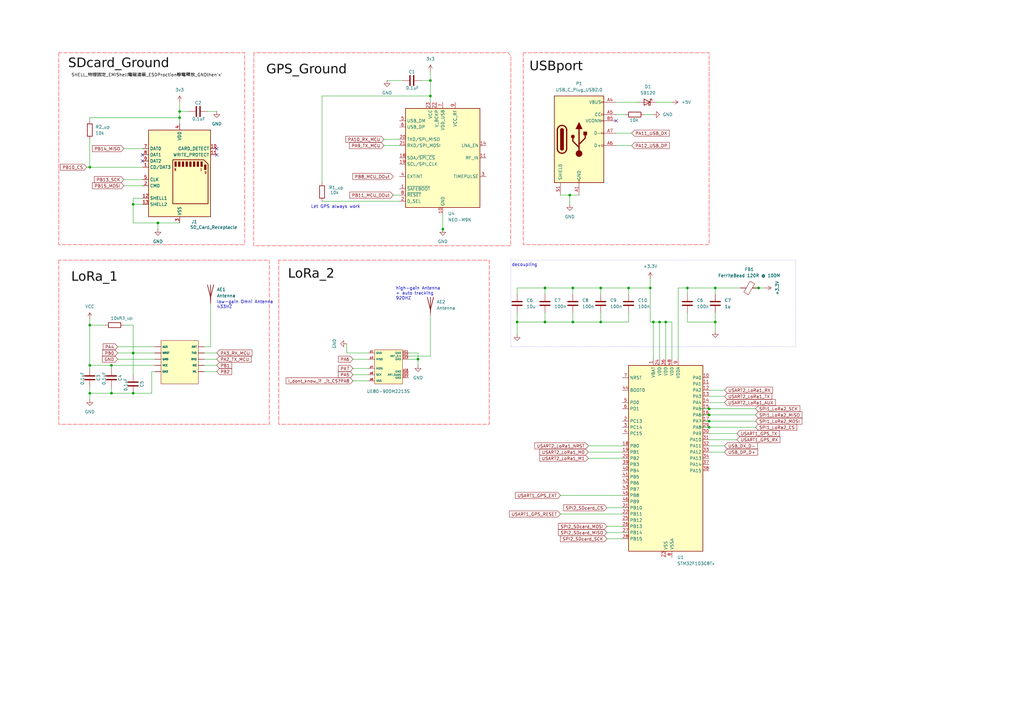
<source format=kicad_sch>
(kicad_sch (version 20250114) (generator "eeschema") (generator_version "9.0")
  (paper "A3")
  (lib_symbols
    (symbol "Connector:SD_Card_Receptacle"
      (property "Reference" "J" (at -11.938 19.304 0))
      (property "Value" "SD_Card_Receptacle" (at 10.922 -19.558 0))
      (symbol "SD_Card_Receptacle_0_1"
        (rectangle (start -2.032 2.794) (end -1.27 4.826) (fill (type outline)))
        (rectangle (start -0.508 2.794) (end 0.254 4.826) (fill (type outline)))
        (rectangle (start 1.016 2.794) (end 1.778 4.826) (fill (type outline)))
        (rectangle (start 2.54 2.794) (end 3.302 4.826) (fill (type outline)))
        (rectangle (start 4.064 2.794) (end 4.826 4.826) (fill (type outline)))
        (rectangle (start 5.588 2.794) (end 6.35 4.826) (fill (type outline)))
        (rectangle (start 7.112 2.794) (end 7.874 4.826) (fill (type outline)))
        (rectangle (start 8.636 2.794) (end 9.398 4.826) (fill (type outline)))
        (rectangle (start 10.16 1.524) (end 10.922 3.556) (fill (type outline)))
      )
      (symbol "SD_Card_Receptacle_1_1"
        (rectangle (start -12.7 17.78) (end 12.7 -17.78) (stroke (width 0.254)) (fill (type background)))
        (polyline (pts (xy 9.906 5.588) (xy -2.794 5.588) (xy -2.794 -12.446) (xy 11.684 -12.446) (xy 11.684 3.81) (xy 9.906 5.588)) (stroke (width 0.3)))
        (text "8" (at -1.778 1.524 0) (effects (font (size 0.9 0.9))))
        (text "1" (at 8.89 1.524 0) (effects (font (size 0.9 0.9))))
        (text "9" (at 10.668 0.254 0) (effects (font (size 0.9 0.9))))
        (pin bidirectional line (at -15.24 10.16 0) (length 2.54) (name "DAT0") (number "7"))
        (pin bidirectional line (at -15.24 7.62 0) (length 2.54) (name "DAT1") (number "8"))
        (pin bidirectional line (at -15.24 5.08 0) (length 2.54) (name "DAT2") (number "9"))
        (pin bidirectional line (at -15.24 2.54 0) (length 2.54) (name "CD/DAT3") (number "1"))
        (pin input line (at -15.24 -2.54 0) (length 2.54) (name "CLK") (number "5"))
        (pin bidirectional line (at -15.24 -5.08 0) (length 2.54) (name "CMD") (number "2"))
        (pin passive line (at -15.24 -10.16 0) (length 2.54) (name "SHELL1") (number "12"))
        (pin passive line (at -15.24 -12.7 0) (length 2.54) (name "SHELL2") (number "13"))
        (pin power_in line (at 0 20.32 270) (length 2.54) (name "VDD") (number "4"))
        (pin power_in line (at 0 -20.32 90) (length 2.54) (name "VSS") (number "3"))
        (pin passive line (at 0 -20.32 90) (length 2.54) (hide yes) (name "VSS") (number "6"))
        (pin output line (at 15.24 10.16 180) (length 2.54) (name "CARD_DETECT") (number "10"))
        (pin output line (at 15.24 7.62 180) (length 2.54) (name "WRITE_PROTECT") (number "11"))
      )
    )
    (symbol "Connector:USB_C_Plug_USB2.0" (pin_names (offset 1.016))
      (property "Reference" "P" (at -10.16 19.05 0))
      (property "Value" "USB_C_Plug_USB2.0" (at 12.7 19.05 0))
      (symbol "USB_C_Plug_USB2.0_0_0"
        (rectangle (start -0.254 -17.78) (end 0.254 -16.764))
        (rectangle (start 10.16 15.494) (end 9.144 14.986))
        (rectangle (start 10.16 10.414) (end 9.144 9.906))
        (rectangle (start 10.16 7.874) (end 9.144 7.366))
        (rectangle (start 10.16 2.794) (end 9.144 2.286))
        (rectangle (start 10.16 -2.286) (end 9.144 -2.794))
      )
      (symbol "USB_C_Plug_USB2.0_0_1"
        (rectangle (start -10.16 17.78) (end 10.16 -17.78) (stroke (width 0.254)) (fill (type background)))
        (polyline (pts (xy -8.89 -3.81) (xy -8.89 3.81)) (stroke (width 0.508)))
        (rectangle (start -7.62 -3.81) (end -6.35 3.81) (stroke (width 0.254)) (fill (type outline)))
        (arc (start -7.62 3.81) (mid -6.985 4.4423) (end -6.35 3.81) (stroke (width 0.254)))
        (arc (start -7.62 3.81) (mid -6.985 4.4423) (end -6.35 3.81) (stroke (width 0.254)) (fill (type outline)))
        (arc (start -8.89 3.81) (mid -6.985 5.7067) (end -5.08 3.81) (stroke (width 0.508)))
        (arc (start -5.08 -3.81) (mid -6.985 -5.7067) (end -8.89 -3.81) (stroke (width 0.508)))
        (arc (start -6.35 -3.81) (mid -6.985 -4.4423) (end -7.62 -3.81) (stroke (width 0.254)))
        (arc (start -6.35 -3.81) (mid -6.985 -4.4423) (end -7.62 -3.81) (stroke (width 0.254)) (fill (type outline)))
        (polyline (pts (xy -5.08 3.81) (xy -5.08 -3.81)) (stroke (width 0.508)))
        (circle (center -2.54 1.143) (radius 0.635) (stroke (width 0.254)) (fill (type outline)))
        (polyline (pts (xy -1.27 4.318) (xy 0 6.858) (xy 1.27 4.318) (xy -1.27 4.318)) (stroke (width 0.254)) (fill (type outline)))
        (polyline (pts (xy 0 -2.032) (xy 2.54 0.508) (xy 2.54 1.778)) (stroke (width 0.508)))
        (polyline (pts (xy 0 -3.302) (xy -2.54 -0.762) (xy -2.54 0.508)) (stroke (width 0.508)))
        (polyline (pts (xy 0 -5.842) (xy 0 4.318)) (stroke (width 0.508)))
        (circle (center 0 -5.842) (radius 1.27) (fill (type outline)))
        (rectangle (start 1.905 1.778) (end 3.175 3.048) (stroke (width 0.254)) (fill (type outline)))
      )
      (symbol "USB_C_Plug_USB2.0_1_1"
        (pin passive line (at -7.62 -22.86 90) (length 5.08) (name "SHIELD") (number "S1"))
        (pin passive line (at 0 -22.86 90) (length 5.08) (name "GND") (number "A1"))
        (pin passive line (at 0 -22.86 90) (length 5.08) (hide yes) (name "GND") (number "A12"))
        (pin passive line (at 0 -22.86 90) (length 5.08) (hide yes) (name "GND") (number "B1"))
        (pin passive line (at 0 -22.86 90) (length 5.08) (hide yes) (name "GND") (number "B12"))
        (pin passive line (at 15.24 15.24 180) (length 5.08) (name "VBUS") (number "A4"))
        (pin passive line (at 15.24 15.24 180) (length 5.08) (hide yes) (name "VBUS") (number "A9"))
        (pin passive line (at 15.24 15.24 180) (length 5.08) (hide yes) (name "VBUS") (number "B4"))
        (pin passive line (at 15.24 15.24 180) (length 5.08) (hide yes) (name "VBUS") (number "B9"))
        (pin bidirectional line (at 15.24 10.16 180) (length 5.08) (name "CC") (number "A5"))
        (pin bidirectional line (at 15.24 7.62 180) (length 5.08) (name "VCONN") (number "B5"))
        (pin bidirectional line (at 15.24 2.54 180) (length 5.08) (name "D-") (number "A7"))
        (pin bidirectional line (at 15.24 -2.54 180) (length 5.08) (name "D+") (number "A6"))
      )
    )
    (symbol "Device:Antenna" (pin_numbers (hide yes)) (pin_names (offset 1.016) (hide yes))
      (property "Reference" "AE" (at -1.905 1.905 0))
      (property "Value" "Antenna" (at -1.905 0 0))
      (symbol "Antenna_0_1"
        (polyline (pts (xy 0 2.54) (xy 0 -3.81)) (stroke (width 0.254)))
        (polyline (pts (xy 1.27 2.54) (xy 0 -2.54) (xy -1.27 2.54)) (stroke (width 0.254)))
      )
      (symbol "Antenna_1_1"
        (pin input line (at 0 -5.08 90) (length 2.54) (name "A") (number "1"))
      )
    )
    (symbol "Device:C" (pin_numbers (hide yes)) (pin_names (offset 0.254))
      (property "Reference" "C" (at 0.635 2.54 0))
      (property "Value" "C" (at 0.635 -2.54 0))
      (symbol "C_0_1"
        (polyline (pts (xy -2.032 0.762) (xy 2.032 0.762)) (stroke (width 0.508)))
        (polyline (pts (xy -2.032 -0.762) (xy 2.032 -0.762)) (stroke (width 0.508)))
      )
      (symbol "C_1_1"
        (pin passive line (at 0 3.81 270) (length 2.794) (name "~") (number "1"))
        (pin passive line (at 0 -3.81 90) (length 2.794) (name "~") (number "2"))
      )
    )
    (symbol "Device:FerriteBead" (pin_numbers (hide yes)) (pin_names (offset 0))
      (property "Reference" "FB" (at -3.81 0.635 90))
      (property "Value" "FerriteBead" (at 3.81 0 90))
      (symbol "FerriteBead_0_1"
        (polyline (pts (xy -2.7686 0.4064) (xy -1.7018 2.2606) (xy 2.7686 -0.3048) (xy 1.6764 -2.159) (xy -2.7686 0.4064)))
        (polyline (pts (xy 0 1.27) (xy 0 1.2954)))
        (polyline (pts (xy 0 -1.27) (xy 0 -1.2192)))
      )
      (symbol "FerriteBead_1_1"
        (pin passive line (at 0 3.81 270) (length 2.54) (name "~") (number "1"))
        (pin passive line (at 0 -3.81 90) (length 2.54) (name "~") (number "2"))
      )
    )
    (symbol "Device:R" (pin_numbers (hide yes)) (pin_names (offset 0))
      (property "Reference" "R" (at 2.032 0 90))
      (property "Value" "R" (at 0 0 90))
      (symbol "R_0_1"
        (rectangle (start -1.016 -2.54) (end 1.016 2.54) (stroke (width 0.254)))
      )
      (symbol "R_1_1"
        (pin passive line (at 0 3.81 270) (length 1.27) (name "~") (number "1"))
        (pin passive line (at 0 -3.81 90) (length 1.27) (name "~") (number "2"))
      )
    )
    (symbol "Diode:SB120" (pin_numbers (hide yes)) (pin_names (offset 1.016) (hide yes))
      (property "Reference" "D" (at 0 2.54 0))
      (property "Value" "SB120" (at 0 -2.54 0))
      (symbol "SB120_0_1"
        (polyline (pts (xy -1.905 0.635) (xy -1.905 1.27) (xy -1.27 1.27) (xy -1.27 -1.27) (xy -0.635 -1.27) (xy -0.635 -0.635)) (stroke (width 0.254)))
        (polyline (pts (xy 1.27 1.27) (xy 1.27 -1.27) (xy -1.27 0) (xy 1.27 1.27)) (stroke (width 0.254)))
        (polyline (pts (xy 1.27 0) (xy -1.27 0)))
      )
      (symbol "SB120_1_1"
        (pin passive line (at -3.81 0 0) (length 2.54) (name "K") (number "1"))
        (pin passive line (at 3.81 0 180) (length 2.54) (name "A") (number "2"))
      )
    )
    (symbol "E22-400T30S_new:E22-400T30S"
      (symbol "E22-400T30S_0_1"
        (rectangle (start 35.56 19.05) (end 35.56 19.05))
      )
      (symbol "E22-400T30S_1_1"
        (rectangle (start 11.43 -2.54) (end 26.67 -20.32) (fill (type color) (color 255 255 194 1)))
        (pin input line (at 8.89 -5.08 0) (length 2.54) (name "AUX") (number ""))
        (pin input line (at 8.89 -7.62 0) (length 2.54) (name "NRST") (number ""))
        (pin input line (at 8.89 -10.16 0) (length 2.54) (name "GMD") (number ""))
        (pin input line (at 8.89 -12.7 0) (length 2.54) (name "VCC") (number ""))
        (pin input line (at 8.89 -15.24 0) (length 2.54) (name "GND") (number ""))
        (pin input line (at 29.21 -5.08 180) (length 2.54) (name "ANT") (number ""))
        (pin input line (at 29.21 -7.62 180) (length 2.54) (name "TXD") (number ""))
        (pin input line (at 29.21 -10.16 180) (length 2.54) (name "RXD") (number ""))
        (pin input line (at 29.21 -12.7 180) (length 2.54) (name "MO") (number ""))
        (pin input line (at 29.21 -15.24 180) (length 2.54) (name "M1") (number ""))
      )
    )
    (symbol "MCU_ST_STM32F1:STM32F103C8Tx"
      (property "Reference" "U" (at -15.24 39.37 0))
      (property "Value" "STM32F103C8Tx" (at 7.62 39.37 0))
      (symbol "STM32F103C8Tx_0_1"
        (rectangle (start -15.24 -38.1) (end 15.24 38.1) (stroke (width 0.254)) (fill (type background)))
      )
      (symbol "STM32F103C8Tx_1_1"
        (pin input line (at -17.78 33.02 0) (length 2.54) (name "NRST") (number "7"))
        (pin input line (at -17.78 27.94 0) (length 2.54) (name "BOOT0") (number "44"))
        (pin bidirectional line (at -17.78 22.86 0) (length 2.54) (name "PD0") (number "5"))
        (pin bidirectional line (at -17.78 20.32 0) (length 2.54) (name "PD1") (number "6"))
        (pin bidirectional line (at -17.78 15.24 0) (length 2.54) (name "PC13") (number "2"))
        (pin bidirectional line (at -17.78 12.7 0) (length 2.54) (name "PC14") (number "3"))
        (pin bidirectional line (at -17.78 10.16 0) (length 2.54) (name "PC15") (number "4"))
        (pin bidirectional line (at -17.78 5.08 0) (length 2.54) (name "PB0") (number "18"))
        (pin bidirectional line (at -17.78 2.54 0) (length 2.54) (name "PB1") (number "19"))
        (pin bidirectional line (at -17.78 0 0) (length 2.54) (name "PB2") (number "20"))
        (pin bidirectional line (at -17.78 -2.54 0) (length 2.54) (name "PB3") (number "39"))
        (pin bidirectional line (at -17.78 -5.08 0) (length 2.54) (name "PB4") (number "40"))
        (pin bidirectional line (at -17.78 -7.62 0) (length 2.54) (name "PB5") (number "41"))
        (pin bidirectional line (at -17.78 -10.16 0) (length 2.54) (name "PB6") (number "42"))
        (pin bidirectional line (at -17.78 -12.7 0) (length 2.54) (name "PB7") (number "43"))
        (pin bidirectional line (at -17.78 -15.24 0) (length 2.54) (name "PB8") (number "45"))
        (pin bidirectional line (at -17.78 -17.78 0) (length 2.54) (name "PB9") (number "46"))
        (pin bidirectional line (at -17.78 -20.32 0) (length 2.54) (name "PB10") (number "21"))
        (pin bidirectional line (at -17.78 -22.86 0) (length 2.54) (name "PB11") (number "22"))
        (pin bidirectional line (at -17.78 -25.4 0) (length 2.54) (name "PB12") (number "25"))
        (pin bidirectional line (at -17.78 -27.94 0) (length 2.54) (name "PB13") (number "26"))
        (pin bidirectional line (at -17.78 -30.48 0) (length 2.54) (name "PB14") (number "27"))
        (pin bidirectional line (at -17.78 -33.02 0) (length 2.54) (name "PB15") (number "28"))
        (pin power_in line (at -5.08 40.64 270) (length 2.54) (name "VBAT") (number "1"))
        (pin power_in line (at -2.54 40.64 270) (length 2.54) (name "VDD") (number "24"))
        (pin power_in line (at 0 40.64 270) (length 2.54) (name "VDD") (number "36"))
        (pin power_in line (at 0 -40.64 90) (length 2.54) (name "VSS") (number "23"))
        (pin passive line (at 0 -40.64 90) (length 2.54) (hide yes) (name "VSS") (number "35"))
        (pin passive line (at 0 -40.64 90) (length 2.54) (hide yes) (name "VSS") (number "47"))
        (pin power_in line (at 2.54 40.64 270) (length 2.54) (name "VDD") (number "48"))
        (pin power_in line (at 2.54 -40.64 90) (length 2.54) (name "VSSA") (number "8"))
        (pin power_in line (at 5.08 40.64 270) (length 2.54) (name "VDDA") (number "9"))
        (pin bidirectional line (at 17.78 33.02 180) (length 2.54) (name "PA0") (number "10"))
        (pin bidirectional line (at 17.78 30.48 180) (length 2.54) (name "PA1") (number "11"))
        (pin bidirectional line (at 17.78 27.94 180) (length 2.54) (name "PA2") (number "12"))
        (pin bidirectional line (at 17.78 25.4 180) (length 2.54) (name "PA3") (number "13"))
        (pin bidirectional line (at 17.78 22.86 180) (length 2.54) (name "PA4") (number "14"))
        (pin bidirectional line (at 17.78 20.32 180) (length 2.54) (name "PA5") (number "15"))
        (pin bidirectional line (at 17.78 17.78 180) (length 2.54) (name "PA6") (number "16"))
        (pin bidirectional line (at 17.78 15.24 180) (length 2.54) (name "PA7") (number "17"))
        (pin bidirectional line (at 17.78 12.7 180) (length 2.54) (name "PA8") (number "29"))
        (pin bidirectional line (at 17.78 10.16 180) (length 2.54) (name "PA9") (number "30"))
        (pin bidirectional line (at 17.78 7.62 180) (length 2.54) (name "PA10") (number "31"))
        (pin bidirectional line (at 17.78 5.08 180) (length 2.54) (name "PA11") (number "32"))
        (pin bidirectional line (at 17.78 2.54 180) (length 2.54) (name "PA12") (number "33"))
        (pin bidirectional line (at 17.78 0 180) (length 2.54) (name "PA13") (number "34"))
        (pin bidirectional line (at 17.78 -2.54 180) (length 2.54) (name "PA14") (number "37"))
        (pin bidirectional line (at 17.78 -5.08 180) (length 2.54) (name "PA15") (number "38"))
      )
    )
    (symbol "RF_GPS:NEO-M9N"
      (property "Reference" "U" (at -13.97 21.59 0))
      (property "Value" "NEO-M9N" (at 11.43 21.59 0))
      (symbol "NEO-M9N_0_1"
        (rectangle (start -15.24 20.32) (end 15.24 -20.32) (stroke (width 0.254)) (fill (type background)))
      )
      (symbol "NEO-M9N_1_1"
        (pin bidirectional line (at -17.78 15.24 0) (length 2.54) (name "USB_DM") (number "5"))
        (pin bidirectional line (at -17.78 12.7 0) (length 2.54) (name "USB_DP") (number "6"))
        (pin output line (at -17.78 7.62 0) (length 2.54) (name "TXD/SPI_MISO") (number "20"))
        (pin input line (at -17.78 5.08 0) (length 2.54) (name "RXD/SPI_MOSI") (number "21"))
        (pin bidirectional line (at -17.78 0 0) (length 2.54) (name "SDA/~{SPI_CS}") (number "18"))
        (pin input line (at -17.78 -2.54 0) (length 2.54) (name "SCL/SPI_CLK") (number "19"))
        (pin input line (at -17.78 -7.62 0) (length 2.54) (name "EXTINT") (number "4"))
        (pin input line (at -17.78 -12.7 0) (length 2.54) (name "~{SAFEBOOT}") (number "1"))
        (pin input line (at -17.78 -15.24 0) (length 2.54) (name "~{RESET}") (number "8"))
        (pin input line (at -17.78 -17.78 0) (length 2.54) (name "D_SEL") (number "2"))
        (pin power_in line (at -5.08 22.86 270) (length 2.54) (name "VCC") (number "23"))
        (pin power_in line (at -2.54 22.86 270) (length 2.54) (name "V_BCKP") (number "22"))
        (pin power_in line (at 0 22.86 270) (length 2.54) (name "VDD_USB") (number "7"))
        (pin power_in line (at 0 -22.86 90) (length 2.54) (name "GND") (number "10"))
        (pin passive line (at 0 -22.86 90) (length 2.54) (hide yes) (name "GND") (number "12"))
        (pin passive line (at 0 -22.86 90) (length 2.54) (hide yes) (name "GND") (number "13"))
        (pin passive line (at 0 -22.86 90) (length 2.54) (hide yes) (name "GND") (number "24"))
        (pin power_out line (at 5.08 22.86 270) (length 2.54) (name "VCC_RF") (number "9"))
        (pin no_connect line (at 15.24 -10.16 180) (length 2.54) (hide yes) (name "RESERVED") (number "15"))
        (pin no_connect line (at 15.24 -12.7 180) (length 2.54) (hide yes) (name "RESERVED") (number "16"))
        (pin no_connect line (at 15.24 -15.24 180) (length 2.54) (hide yes) (name "RESERVED") (number "17"))
        (pin output line (at 17.78 5.08 180) (length 2.54) (name "LNA_EN") (number "14"))
        (pin input line (at 17.78 0 180) (length 2.54) (name "RF_IN") (number "11"))
        (pin output line (at 17.78 -7.62 180) (length 2.54) (name "TIMEPULSE") (number "3"))
      )
    )
    (symbol "_1_1"
      (property "Reference" "U" (at 0 0 0))
      (symbol "_1_1_1_1"
        (rectangle (start -3.81 -1.27) (end 7.62 -15.24) (fill (type color) (color 255 255 194 1)))
        (pin input line (at -6.35 -2.54 0) (length 2.54) (name "GND") (number "p1"))
        (pin input line (at -6.35 -5.08 0) (length 2.54) (name "MISO") (number "p3"))
        (pin input line (at -6.35 -8.89 0) (length 2.54) (name "MOSI") (number "p4"))
        (pin input line (at -6.35 -11.43 0) (length 2.54) (name "SCK") (number "p6"))
        (pin input line (at -6.35 -13.97 0) (length 2.54) (name "NSS") (number "p6"))
        (pin input line (at 10.16 -2.54 180) (length 2.54) (name "GND") (number "p11"))
        (pin input line (at 10.16 -3.81 180) (length 2.54) (name "ANT_2.4") (number "p12"))
        (pin input line (at 10.16 -5.08 180) (length 2.54) (name "GND") (number "p13"))
        (pin input line (at 10.16 -10.16 180) (length 2.54) (name "GND") (number "p16"))
        (pin input line (at 10.16 -11.43 180) (length 2.54) (name "ANT_SubG") (number "p15"))
        (pin input line (at 10.16 -12.7 180) (length 2.54) (name "GND") (number "p14"))
      )
    )
    (symbol "power:+3.3V" (power) (pin_numbers (hide yes)) (pin_names (offset 0) (hide yes))
      (property "Value" "+3.3V" (at 0 3.556 0))
      (symbol "+3.3V_0_1"
        (polyline (pts (xy -0.762 1.27) (xy 0 2.54)))
        (polyline (pts (xy 0 2.54) (xy 0.762 1.27)))
        (polyline (pts (xy 0 0) (xy 0 2.54)))
      )
      (symbol "+3.3V_1_1"
        (pin power_in line (at 0 0 90) (length 0) (name "~") (number "1"))
      )
    )
    (symbol "power:+3.3VA" (power) (pin_numbers (hide yes)) (pin_names (offset 0) (hide yes))
      (property "Value" "+3.3VA" (at 0 3.556 0))
      (symbol "+3.3VA_0_1"
        (polyline (pts (xy -0.762 1.27) (xy 0 2.54)))
        (polyline (pts (xy 0 2.54) (xy 0.762 1.27)))
        (polyline (pts (xy 0 0) (xy 0 2.54)))
      )
      (symbol "+3.3VA_1_1"
        (pin power_in line (at 0 0 90) (length 0) (name "~") (number "1"))
      )
    )
    (symbol "power:+5V" (power) (pin_numbers (hide yes)) (pin_names (offset 0) (hide yes))
      (property "Value" "+5V" (at 0 3.556 0))
      (symbol "+5V_0_1"
        (polyline (pts (xy -0.762 1.27) (xy 0 2.54)))
        (polyline (pts (xy 0 2.54) (xy 0.762 1.27)))
        (polyline (pts (xy 0 0) (xy 0 2.54)))
      )
      (symbol "+5V_1_1"
        (pin power_in line (at 0 0 90) (length 0) (name "~") (number "1"))
      )
    )
    (symbol "power:GND" (power) (pin_numbers (hide yes)) (pin_names (offset 0) (hide yes))
      (property "Value" "GND" (at 0 -3.81 0))
      (symbol "GND_0_1"
        (polyline (pts (xy 0 0) (xy 0 -1.27) (xy 1.27 -1.27) (xy 0 -2.54) (xy -1.27 -1.27) (xy 0 -1.27)))
      )
      (symbol "GND_1_1"
        (pin power_in line (at 0 0 270) (length 0) (name "~") (number "1"))
      )
    )
    (symbol "power:VCC" (power) (pin_numbers (hide yes)) (pin_names (offset 0) (hide yes))
      (property "Value" "VCC" (at 0 3.556 0))
      (symbol "VCC_0_1"
        (polyline (pts (xy -0.762 1.27) (xy 0 2.54)))
        (polyline (pts (xy 0 2.54) (xy 0.762 1.27)))
        (polyline (pts (xy 0 0) (xy 0 2.54)))
      )
      (symbol "VCC_1_1"
        (pin power_in line (at 0 0 90) (length 0) (name "~") (number "1"))
      )
    )
  )
  (rectangle (start 209.55 106.68) (end 326.39 142.24) (stroke (width 0) (type dot)))
  (text "low-gain Omni Antenna\n433HZ\n" (at 88.9 124.968 0) (effects (font (size 1.27 1.27)) (justify left)))
  (text "decoupling" (at 215.138 108.712 0) (effects (font (size 1.27 1.27))))
  (text "Let GPS always work" (at 127.508 84.836 0) (effects (font (size 1.27 1.27)) (justify left)))
  (text "high-gain Antenna\n+ auto tracking\n920HZ\n" (at 162.306 120.396 0) (effects (font (size 1.27 1.27)) (justify left)))
  (junction (at 54.61 83.82))
  (junction (at 176.53 39.37))
  (junction (at 223.52 132.08))
  (junction (at 176.53 33.02))
  (junction (at 233.68 80.01))
  (junction (at 281.94 118.11))
  (junction (at 36.83 68.58))
  (junction (at 73.66 48.26))
  (junction (at 293.37 132.08))
  (junction (at 45.72 161.29))
  (junction (at 290.83 167.64))
  (junction (at 171.45 147.32))
  (junction (at 212.09 132.08))
  (junction (at 293.37 118.11))
  (junction (at 246.38 132.08))
  (junction (at 267.97 132.08))
  (junction (at 73.66 45.72))
  (junction (at 246.38 118.11))
  (junction (at 45.72 149.86))
  (junction (at 266.7 118.11))
  (junction (at 234.95 118.11))
  (junction (at 54.61 161.29))
  (junction (at 273.05 132.08))
  (junction (at 270.51 132.08))
  (junction (at 36.83 133.35))
  (junction (at 234.95 132.08))
  (junction (at 181.61 93.98))
  (junction (at 223.52 118.11))
  (junction (at 54.61 144.78))
  (junction (at 290.83 170.18))
  (junction (at 290.83 175.26))
  (junction (at 257.81 118.11))
  (junction (at 36.83 149.86))
  (junction (at 36.83 161.29))
  (junction (at 290.83 172.72))
  (junction (at 311.15 118.11))
  (junction (at 64.77 91.44))
  (no_connect (at 88.9 63.5))
  (no_connect (at 88.9 60.96))
  (no_connect (at 58.42 66.04))
  (no_connect (at 58.42 63.5))
  (no_connect (at 252.73 49.53))
  (wire (pts (xy 171.45 147.32) (xy 171.45 149.86)))
  (wire (pts (xy 45.72 161.29) (xy 54.61 161.29)))
  (wire (pts (xy 144.78 147.32) (xy 151.13 147.32)))
  (wire (pts (xy 290.83 185.42) (xy 297.18 185.42)))
  (wire (pts (xy 172.72 33.02) (xy 176.53 33.02)))
  (wire (pts (xy 241.3 185.42) (xy 255.27 185.42)))
  (wire (pts (xy 151.13 144.78) (xy 142.24 144.78)))
  (wire (pts (xy 223.52 118.11) (xy 223.52 120.65)))
  (wire (pts (xy 266.7 132.08) (xy 267.97 132.08)))
  (wire (pts (xy 50.8 76.2) (xy 58.42 76.2)))
  (wire (pts (xy 144.78 151.13) (xy 151.13 151.13)))
  (wire (pts (xy 246.38 118.11) (xy 246.38 120.65)))
  (wire (pts (xy 266.7 118.11) (xy 266.7 132.08)))
  (wire (pts (xy 287.02 175.26) (xy 290.83 175.26)))
  (wire (pts (xy 290.83 182.88) (xy 297.18 182.88)))
  (wire (pts (xy 252.73 59.69) (xy 259.08 59.69)))
  (wire (pts (xy 73.66 45.72) (xy 73.66 48.26)))
  (wire (pts (xy 234.95 118.11) (xy 223.52 118.11)))
  (wire (pts (xy 266.7 114.3) (xy 266.7 118.11)))
  (wire (pts (xy 287.02 170.18) (xy 290.83 170.18)))
  (wire (pts (xy 293.37 128.27) (xy 293.37 132.08)))
  (wire (pts (xy 176.53 29.21) (xy 176.53 33.02)))
  (wire (pts (xy 181.61 93.98) (xy 181.61 87.63)))
  (wire (pts (xy 246.38 128.27) (xy 246.38 132.08)))
  (wire (pts (xy 257.81 118.11) (xy 246.38 118.11)))
  (wire (pts (xy 73.66 45.72) (xy 77.47 45.72)))
  (wire (pts (xy 281.94 132.08) (xy 293.37 132.08)))
  (wire (pts (xy 167.64 147.32) (xy 171.45 147.32)))
  (wire (pts (xy 252.73 54.61) (xy 259.08 54.61)))
  (wire (pts (xy 73.66 48.26) (xy 73.66 50.8)))
  (wire (pts (xy 54.61 161.29) (xy 62.23 161.29)))
  (wire (pts (xy 176.53 129.54) (xy 176.53 146.05)))
  (wire (pts (xy 273.05 132.08) (xy 273.05 147.32)))
  (wire (pts (xy 132.08 82.55) (xy 163.83 82.55)))
  (wire (pts (xy 293.37 118.11) (xy 303.53 118.11)))
  (wire (pts (xy 167.64 146.05) (xy 176.53 146.05)))
  (wire (pts (xy 290.83 170.18) (xy 309.88 170.18)))
  (wire (pts (xy 264.16 46.99) (xy 267.97 46.99)))
  (wire (pts (xy 233.68 80.01) (xy 237.49 80.01)))
  (wire (pts (xy 290.83 167.64) (xy 309.88 167.64)))
  (wire (pts (xy 36.83 158.75) (xy 36.83 161.29)))
  (wire (pts (xy 36.83 68.58) (xy 58.42 68.58)))
  (wire (pts (xy 36.83 130.81) (xy 36.83 133.35)))
  (wire (pts (xy 290.83 177.8) (xy 302.26 177.8)))
  (wire (pts (xy 290.83 160.02) (xy 297.18 160.02)))
  (wire (pts (xy 73.66 91.44) (xy 64.77 91.44)))
  (wire (pts (xy 132.08 39.37) (xy 176.53 39.37)))
  (wire (pts (xy 86.36 142.24) (xy 83.82 142.24)))
  (wire (pts (xy 281.94 118.11) (xy 281.94 120.65)))
  (wire (pts (xy 241.3 182.88) (xy 255.27 182.88)))
  (wire (pts (xy 252.73 46.99) (xy 256.54 46.99)))
  (wire (pts (xy 287.02 167.64) (xy 290.83 167.64)))
  (wire (pts (xy 36.83 161.29) (xy 45.72 161.29)))
  (wire (pts (xy 48.26 147.32) (xy 63.5 147.32)))
  (wire (pts (xy 132.08 74.93) (xy 132.08 39.37)))
  (wire (pts (xy 290.83 175.26) (xy 309.88 175.26)))
  (wire (pts (xy 144.78 153.67) (xy 151.13 153.67)))
  (wire (pts (xy 270.51 132.08) (xy 273.05 132.08)))
  (wire (pts (xy 293.37 118.11) (xy 293.37 120.65)))
  (wire (pts (xy 290.83 162.56) (xy 297.18 162.56)))
  (wire (pts (xy 50.8 73.66) (xy 58.42 73.66)))
  (wire (pts (xy 257.81 118.11) (xy 257.81 120.65)))
  (wire (pts (xy 248.92 218.44) (xy 255.27 218.44)))
  (wire (pts (xy 267.97 132.08) (xy 270.51 132.08)))
  (wire (pts (xy 86.36 142.24) (xy 86.36 124.46)))
  (wire (pts (xy 257.81 132.08) (xy 246.38 132.08)))
  (wire (pts (xy 223.52 118.11) (xy 212.09 118.11)))
  (wire (pts (xy 48.26 142.24) (xy 63.5 142.24)))
  (wire (pts (xy 278.13 118.11) (xy 281.94 118.11)))
  (wire (pts (xy 45.72 149.86) (xy 45.72 151.13)))
  (wire (pts (xy 142.24 144.78) (xy 142.24 140.97)))
  (wire (pts (xy 290.83 165.1) (xy 297.18 165.1)))
  (wire (pts (xy 229.87 203.2) (xy 255.27 203.2)))
  (wire (pts (xy 54.61 144.78) (xy 54.61 153.67)))
  (wire (pts (xy 234.95 132.08) (xy 223.52 132.08)))
  (wire (pts (xy 171.45 144.78) (xy 171.45 147.32)))
  (wire (pts (xy 36.83 48.26) (xy 36.83 49.53)))
  (wire (pts (xy 36.83 149.86) (xy 45.72 149.86)))
  (wire (pts (xy 54.61 144.78) (xy 63.5 144.78)))
  (wire (pts (xy 257.81 128.27) (xy 257.81 132.08)))
  (wire (pts (xy 246.38 132.08) (xy 234.95 132.08)))
  (wire (pts (xy 181.61 95.25) (xy 181.61 93.98)))
  (wire (pts (xy 176.53 33.02) (xy 176.53 39.37)))
  (wire (pts (xy 85.09 45.72) (xy 88.9 45.72)))
  (wire (pts (xy 273.05 132.08) (xy 275.59 132.08)))
  (wire (pts (xy 54.61 91.44) (xy 64.77 91.44)))
  (wire (pts (xy 290.83 172.72) (xy 309.88 172.72)))
  (wire (pts (xy 252.73 41.91) (xy 261.62 41.91)))
  (wire (pts (xy 223.52 132.08) (xy 212.09 132.08)))
  (wire (pts (xy 54.61 81.28) (xy 54.61 83.82)))
  (wire (pts (xy 144.78 156.21) (xy 151.13 156.21)))
  (wire (pts (xy 45.72 149.86) (xy 63.5 149.86)))
  (wire (pts (xy 54.61 133.35) (xy 54.61 144.78)))
  (wire (pts (xy 278.13 118.11) (xy 278.13 147.32)))
  (wire (pts (xy 287.02 172.72) (xy 290.83 172.72)))
  (wire (pts (xy 248.92 215.9) (xy 255.27 215.9)))
  (wire (pts (xy 63.5 152.4) (xy 62.23 152.4)))
  (wire (pts (xy 58.42 81.28) (xy 54.61 81.28)))
  (wire (pts (xy 281.94 118.11) (xy 293.37 118.11)))
  (wire (pts (xy 234.95 118.11) (xy 234.95 120.65)))
  (wire (pts (xy 36.83 133.35) (xy 36.83 149.86)))
  (wire (pts (xy 270.51 132.08) (xy 270.51 147.32)))
  (wire (pts (xy 229.87 210.82) (xy 255.27 210.82)))
  (wire (pts (xy 36.83 149.86) (xy 36.83 151.13)))
  (wire (pts (xy 73.66 41.91) (xy 73.66 45.72)))
  (wire (pts (xy 290.83 180.34) (xy 302.26 180.34)))
  (wire (pts (xy 48.26 144.78) (xy 54.61 144.78)))
  (wire (pts (xy 234.95 128.27) (xy 234.95 132.08)))
  (wire (pts (xy 35.56 68.58) (xy 36.83 68.58)))
  (wire (pts (xy 83.82 144.78) (xy 88.9 144.78)))
  (wire (pts (xy 176.53 39.37) (xy 176.53 41.91)))
  (wire (pts (xy 281.94 128.27) (xy 281.94 132.08)))
  (wire (pts (xy 267.97 132.08) (xy 267.97 147.32)))
  (wire (pts (xy 223.52 128.27) (xy 223.52 132.08)))
  (wire (pts (xy 229.87 80.01) (xy 233.68 80.01)))
  (wire (pts (xy 83.82 149.86) (xy 88.9 149.86)))
  (wire (pts (xy 50.8 133.35) (xy 54.61 133.35)))
  (wire (pts (xy 233.68 80.01) (xy 233.68 83.82)))
  (wire (pts (xy 158.75 33.02) (xy 165.1 33.02)))
  (wire (pts (xy 212.09 132.08) (xy 212.09 137.16)))
  (wire (pts (xy 266.7 118.11) (xy 257.81 118.11)))
  (wire (pts (xy 62.23 152.4) (xy 62.23 161.29)))
  (wire (pts (xy 248.92 208.28) (xy 255.27 208.28)))
  (wire (pts (xy 275.59 132.08) (xy 275.59 147.32)))
  (wire (pts (xy 36.83 133.35) (xy 43.18 133.35)))
  (wire (pts (xy 45.72 158.75) (xy 45.72 161.29)))
  (wire (pts (xy 308.61 118.11) (xy 311.15 118.11)))
  (wire (pts (xy 83.82 147.32) (xy 88.9 147.32)))
  (wire (pts (xy 167.64 144.78) (xy 171.45 144.78)))
  (wire (pts (xy 54.61 83.82) (xy 58.42 83.82)))
  (wire (pts (xy 50.8 60.96) (xy 58.42 60.96)))
  (wire (pts (xy 248.92 220.98) (xy 255.27 220.98)))
  (wire (pts (xy 64.77 91.44) (xy 64.77 93.98)))
  (wire (pts (xy 73.66 48.26) (xy 36.83 48.26)))
  (wire (pts (xy 157.48 57.15) (xy 163.83 57.15)))
  (wire (pts (xy 269.24 41.91) (xy 275.59 41.91)))
  (wire (pts (xy 212.09 118.11) (xy 212.09 120.65)))
  (wire (pts (xy 36.83 161.29) (xy 36.83 163.83)))
  (wire (pts (xy 293.37 132.08) (xy 293.37 135.89)))
  (wire (pts (xy 311.15 118.11) (xy 313.69 118.11)))
  (wire (pts (xy 36.83 57.15) (xy 36.83 68.58)))
  (wire (pts (xy 241.3 187.96) (xy 255.27 187.96)))
  (wire (pts (xy 54.61 83.82) (xy 54.61 91.44)))
  (wire (pts (xy 246.38 118.11) (xy 234.95 118.11)))
  (wire (pts (xy 161.29 80.01) (xy 163.83 80.01)))
  (wire (pts (xy 212.09 128.27) (xy 212.09 132.08)))
  (wire (pts (xy 83.82 152.4) (xy 88.9 152.4)))
  (wire (pts (xy 157.48 59.69) (xy 163.83 59.69)))
  (label "SHELL_物理固定_EMIShell電磁遮蔽_ESDProction靜電釋放_GNDthen'x'" (at 29.21 31.75 0))
  (label "LoRa_2" (at 118.11 115.57 0) (effects (font (size 3.81 3.81))))
  (label "LoRa_1" (at 29.21 116.84 0) (effects (font (size 3.81 3.81))))
  (label "USBport" (at 217.17 30.48 0) (effects (font (size 3.81 3.81))))
  (label "GPS_Ground" (at 109.22 31.75 0) (effects (font (size 3.81 3.81))))
  (label "SDcard_Ground" (at 27.94 29.21 0) (effects (font (size 3.81 3.81))))
  (global_label "SPI2_SDcard_SCK" (shape input) (at 248.92 220.98 180) (property "Intersheetrefs" "${INTERSHEET_REFS}" (effects (hide yes))))
  (global_label "SPI1_LoRa2_CS" (shape input) (at 309.88 175.26 0) (property "Intersheetrefs" "${INTERSHEET_REFS}" (effects (hide yes))))
  (global_label "USB_DP_D+" (shape input) (at 297.18 185.42 0) (property "Intersheetrefs" "${INTERSHEET_REFS}" (effects (hide yes))))
  (global_label "SPI1_LoRa2_SCK" (shape input) (at 309.88 167.64 0) (property "Intersheetrefs" "${INTERSHEET_REFS}" (effects (hide yes))))
  (global_label "USART1_GPS_EXT" (shape input) (at 229.87 203.2 180) (property "Intersheetrefs" "${INTERSHEET_REFS}" (effects (hide yes))))
  (global_label "USART1_GPS_RESET" (shape input) (at 229.87 210.82 180) (property "Intersheetrefs" "${INTERSHEET_REFS}" (effects (hide yes))))
  (global_label "SPI2_SDcard_MOSI" (shape input) (at 248.92 215.9 180) (property "Intersheetrefs" "${INTERSHEET_REFS}" (effects (hide yes))))
  (global_label "USART1_GPS_TX" (shape input) (at 302.26 177.8 0) (property "Intersheetrefs" "${INTERSHEET_REFS}" (effects (hide yes))))
  (global_label "PA12_USB_DP" (shape input) (at 259.08 59.69 0) (property "Intersheetrefs" "${INTERSHEET_REFS}" (effects (hide yes))))
  (global_label "PB14_MISO" (shape input) (at 50.8 60.96 180) (property "Intersheetrefs" "${INTERSHEET_REFS}" (effects (hide yes))))
  (global_label "SPI2_SDcard_MISO" (shape input) (at 248.92 218.44 180) (property "Intersheetrefs" "${INTERSHEET_REFS}" (effects (hide yes))))
  (global_label "PB11_MCU_DOut" (shape input) (at 161.29 80.01 180) (property "Intersheetrefs" "${INTERSHEET_REFS}" (effects (hide yes))))
  (global_label "SPI1_LoRa2_MISO" (shape input) (at 309.88 170.18 0) (property "Intersheetrefs" "${INTERSHEET_REFS}" (effects (hide yes))))
  (global_label "PA6" (shape input) (at 144.78 147.32 180) (property "Intersheetrefs" "${INTERSHEET_REFS}" (effects (hide yes))))
  (global_label "PB1" (shape input) (at 88.9 149.86 0) (property "Intersheetrefs" "${INTERSHEET_REFS}" (effects (hide yes))))
  (global_label "USART2_LoRa1_TX" (shape input) (at 297.18 162.56 0) (property "Intersheetrefs" "${INTERSHEET_REFS}" (effects (hide yes))))
  (global_label "USB_DX_D-" (shape input) (at 297.18 182.88 0) (property "Intersheetrefs" "${INTERSHEET_REFS}" (effects (hide yes))))
  (global_label "USART2_LoRa1_RX" (shape input) (at 297.18 160.02 0) (property "Intersheetrefs" "${INTERSHEET_REFS}" (effects (hide yes))))
  (global_label "SPI2_SDcard_CS" (shape input) (at 248.92 208.28 180) (property "Intersheetrefs" "${INTERSHEET_REFS}" (effects (hide yes))))
  (global_label "USART2_LoRa1_AUX" (shape input) (at 297.18 165.1 0) (property "Intersheetrefs" "${INTERSHEET_REFS}" (effects (hide yes))))
  (global_label "USART2_LoRa1_M0" (shape input) (at 241.3 185.42 180) (property "Intersheetrefs" "${INTERSHEET_REFS}" (effects (hide yes))))
  (global_label "PA10_RX_MCU" (shape input) (at 157.48 57.15 180) (property "Intersheetrefs" "${INTERSHEET_REFS}" (effects (hide yes))))
  (global_label "PB8_MCU_DOut" (shape input) (at 161.29 72.39 180) (property "Intersheetrefs" "${INTERSHEET_REFS}" (effects (hide yes))))
  (global_label "PA5" (shape input) (at 144.78 153.67 180) (property "Intersheetrefs" "${INTERSHEET_REFS}" (effects (hide yes))))
  (global_label "GND" (shape input) (at 48.26 147.32 180) (property "Intersheetrefs" "${INTERSHEET_REFS}" (effects (hide yes))))
  (global_label "PA2_TX_MCU" (shape input) (at 88.9 147.32 0) (property "Intersheetrefs" "${INTERSHEET_REFS}" (effects (hide yes))))
  (global_label "SPI1_LoRa2_MOSI" (shape input) (at 309.88 172.72 0) (property "Intersheetrefs" "${INTERSHEET_REFS}" (effects (hide yes))))
  (global_label "I_dont_know_if _it_CS?PA8" (shape input) (at 144.78 156.21 180) (property "Intersheetrefs" "${INTERSHEET_REFS}" (effects (hide yes))))
  (global_label "PA11_USB_DX" (shape input) (at 259.08 54.61 0) (property "Intersheetrefs" "${INTERSHEET_REFS}" (effects (hide yes))))
  (global_label "USART2_LoRa1_M1" (shape input) (at 241.3 187.96 180) (property "Intersheetrefs" "${INTERSHEET_REFS}" (effects (hide yes))))
  (global_label "PB13_SCK" (shape input) (at 50.8 73.66 180) (property "Intersheetrefs" "${INTERSHEET_REFS}" (effects (hide yes))))
  (global_label "USART2_LoRa1_NRST" (shape input) (at 241.3 182.88 180) (property "Intersheetrefs" "${INTERSHEET_REFS}" (effects (hide yes))))
  (global_label "PB0" (shape input) (at 48.26 144.78 180) (property "Intersheetrefs" "${INTERSHEET_REFS}" (effects (hide yes))))
  (global_label "PB15_MOSI" (shape input) (at 50.8 76.2 180) (property "Intersheetrefs" "${INTERSHEET_REFS}" (effects (hide yes))))
  (global_label "PB10_CS" (shape input) (at 35.56 68.58 180) (property "Intersheetrefs" "${INTERSHEET_REFS}" (effects (hide yes))))
  (global_label "PA3_RX_MCU" (shape input) (at 88.9 144.78 0) (property "Intersheetrefs" "${INTERSHEET_REFS}" (effects (hide yes))))
  (global_label "PA4" (shape input) (at 48.26 142.24 180) (property "Intersheetrefs" "${INTERSHEET_REFS}" (effects (hide yes))))
  (global_label "PA9_TX_MCU" (shape input) (at 157.48 59.69 180) (property "Intersheetrefs" "${INTERSHEET_REFS}" (effects (hide yes))))
  (global_label "PB2" (shape input) (at 88.9 152.4 0) (property "Intersheetrefs" "${INTERSHEET_REFS}" (effects (hide yes))))
  (global_label "USART1_GPS_RX" (shape input) (at 302.26 180.34 0) (property "Intersheetrefs" "${INTERSHEET_REFS}" (effects (hide yes))))
  (global_label "PA7" (shape input) (at 144.78 151.13 180) (property "Intersheetrefs" "${INTERSHEET_REFS}" (effects (hide yes))))
  (rule_area (polyline (pts (xy 104.14 21.59) (xy 104.013 100.838) (xy 209.423 100.838) (xy 209.55 22.86) (xy 208.28 21.59)) (stroke (width 0) (type dash))))
  (rule_area (polyline (pts (xy 114.3 106.68) (xy 114.3 173.99) (xy 200.66 173.99) (xy 200.66 106.68)) (stroke (width 0) (type dash))))
  (rule_area (polyline (pts (xy 24.13 21.59) (xy 24.13 100.33) (xy 100.33 100.33) (xy 100.33 21.59)) (stroke (width 0) (type dash))))
  (rule_area (polyline (pts (xy 24.13 106.68) (xy 24.13 173.99) (xy 110.49 173.99) (xy 110.49 106.68)) (stroke (width 0) (type dash))))
  (rule_area (polyline (pts (xy 214.63 21.59) (xy 214.63 100.33) (xy 290.83 100.33) (xy 290.83 21.59)) (stroke (width 0) (type dash))))
  (symbol (lib_id "power:VCC") (at 36.83 130.81 0) (unit 1)
    (property "Reference" "#PWR08" (effects (hide yes)))
    (property "Value" "VCC" (at 36.83 125.73 0))
    (property "Description" "Power symbol creates a global label with name \"VCC\"" (effects (hide yes)))
  )
  (symbol (lib_id "power:GND") (at 233.68 83.82 0) (unit 1)
    (property "Reference" "#PWR011" (effects (hide yes)))
    (property "Value" "GND" (at 233.68 88.9 0))
    (property "Description" "Power symbol creates a global label with name \"GND\" , ground" (effects (hide yes)))
  )
  (symbol (lib_id "MCU_ST_STM32F1:STM32F103C8Tx") (at 273.05 187.96 0) (unit 1)
    (property "Reference" "U1" (at 277.7333 228.6 0) (effects (justify left)))
    (property "Value" "STM32F103C8Tx" (at 277.7333 231.14 0) (effects (justify left)))
    (property "Footprint" "Package_QFP:LQFP-48_7x7mm_P0.5mm" (effects (hide yes)))
    (property "Datasheet" "https://www.st.com/resource/en/datasheet/stm32f103c8.pdf" (effects (hide yes)))
    (property "Description" "STMicroelectronics Arm Cortex-M3 MCU, 64KB flash, 20KB RAM, 72 MHz, 2.0-3.6V, 37 GPIO, LQFP48" (effects (hide yes)))
  )
  (symbol (lib_id "Device:C") (at 81.28 45.72 90) (unit 1)
    (property "Reference" "C2" (at 81.28 42.164 90))
    (property "Value" "0.1uF" (at 81.534 48.768 90))
    (property "Description" "Unpolarized capacitor" (effects (hide yes)))
  )
  (symbol (lib_id "power:GND") (at 64.77 93.98 0) (unit 1)
    (property "Reference" "#PWR04" (effects (hide yes)))
    (property "Value" "GND" (at 64.77 99.06 0))
    (property "Description" "Power symbol creates a global label with name \"GND\" , ground" (effects (hide yes)))
  )
  (symbol (lib_name "_1_1") (lib_id "LoRa2_E80-900M2213S:_1") (at 157.48 142.24 0) (unit 1)
    (property "Reference" "UE80-900M2213S" (at 159.258 160.528 0))
  )
  (symbol (lib_id "Device:C") (at 223.52 124.46 0) (unit 1)
    (property "Reference" "C7" (at 227.33 123.1899 0) (effects (justify left)))
    (property "Value" "100n" (at 227.33 125.7299 0) (effects (justify left)))
    (property "Description" "Unpolarized capacitor" (effects (hide yes)))
  )
  (symbol (lib_id "Device:Antenna") (at 176.53 124.46 0) (unit 1)
    (property "Reference" "AE2" (at 179.07 123.8249 0) (effects (justify left)))
    (property "Value" "Antenna" (at 179.07 126.3649 0) (effects (justify left)))
    (property "Description" "Antenna" (effects (hide yes)))
  )
  (symbol (lib_id "Device:C") (at 54.61 157.48 0) (unit 1)
    (property "Reference" "C5" (at 58.166 157.48 90))
    (property "Value" "0.1uF" (at 51.562 157.734 90))
    (property "Description" "Unpolarized capacitor" (effects (hide yes)))
  )
  (symbol (lib_id "Device:Antenna") (at 86.36 119.38 0) (unit 1)
    (property "Reference" "AE1" (at 88.9 118.7449 0) (effects (justify left)))
    (property "Value" "Antenna" (at 88.9 121.2849 0) (effects (justify left)))
    (property "Description" "Antenna" (effects (hide yes)))
  )
  (symbol (lib_id "Device:R") (at 46.99 133.35 90) (unit 1)
    (property "Reference" "R3_up" (at 54.356 130.556 90) (effects (justify left)))
    (property "Value" "10k" (at 49.022 130.556 90) (effects (justify left)))
    (property "Description" "Resistor" (effects (hide yes)))
  )
  (symbol (lib_id "Device:C") (at 246.38 124.46 0) (unit 1)
    (property "Reference" "C9" (at 250.19 123.1899 0) (effects (justify left)))
    (property "Value" "100n" (at 250.19 125.7299 0) (effects (justify left)))
    (property "Description" "Unpolarized capacitor" (effects (hide yes)))
  )
  (symbol (lib_id "power:+3.3VA") (at 313.69 118.11 270) (unit 1)
    (property "Reference" "#PWR017" (effects (hide yes)))
    (property "Value" "+3.3V" (at 318.77 118.11 0))
    (property "Description" "Power symbol creates a global label with name \"+3.3VA\"" (effects (hide yes)))
  )
  (symbol (lib_id "power:GND") (at 158.75 33.02 0) (unit 1)
    (property "Reference" "#PWR03" (effects (hide yes)))
    (property "Value" "GND" (at 158.75 38.1 0))
    (property "Description" "Power symbol creates a global label with name \"GND\" , ground" (effects (hide yes)))
  )
  (symbol (lib_id "power:GND") (at 36.83 163.83 0) (unit 1)
    (property "Reference" "#PWR07" (effects (hide yes)))
    (property "Value" "GND" (at 36.83 168.91 0))
    (property "Description" "Power symbol creates a global label with name \"GND\" , ground" (effects (hide yes)))
  )
  (symbol (lib_id "Device:C") (at 234.95 124.46 0) (unit 1)
    (property "Reference" "C8" (at 238.76 123.1899 0) (effects (justify left)))
    (property "Value" "100n" (at 238.76 125.7299 0) (effects (justify left)))
    (property "Description" "Unpolarized capacitor" (effects (hide yes)))
  )
  (symbol (lib_id "Connector:USB_C_Plug_USB2.0") (at 237.49 57.15 0) (unit 1)
    (property "Reference" "P1" (at 237.49 34.29 0))
    (property "Value" "USB_C_Plug_USB2.0" (at 237.49 36.83 0))
    (property "Datasheet" "https://www.usb.org/sites/default/files/documents/usb_type-c.zip" (effects (hide yes)))
    (property "Description" "USB 2.0-only Type-C Plug connector" (effects (hide yes)))
  )
  (symbol (lib_id "Device:R") (at 132.08 78.74 0) (unit 1)
    (property "Reference" "R1_up" (at 134.874 76.962 0) (effects (justify left)))
    (property "Value" "10k" (at 135.382 78.994 0) (effects (justify left)))
    (property "Description" "Resistor" (effects (hide yes)))
  )
  (symbol (lib_id "Device:C") (at 36.83 154.94 0) (unit 1)
    (property "Reference" "C3" (at 40.386 154.94 90))
    (property "Value" "0.1uF" (at 33.782 155.194 90))
    (property "Description" "Unpolarized capacitor" (effects (hide yes)))
  )
  (symbol (lib_id "power:VCC") (at 73.66 41.91 0) (unit 1)
    (property "Reference" "#PWR06" (effects (hide yes)))
    (property "Value" "3v3" (at 73.66 36.83 0))
    (property "Description" "Power symbol creates a global label with name \"VCC\"" (effects (hide yes)))
  )
  (symbol (lib_id "power:GND") (at 171.45 149.86 0) (unit 1)
    (property "Reference" "#PWR010" (effects (hide yes)))
    (property "Value" "GND" (at 171.45 154.94 0))
    (property "Description" "Power symbol creates a global label with name \"GND\" , ground" (effects (hide yes)))
  )
  (symbol (lib_id "Diode:SB120") (at 265.43 41.91 0) (mirror y) (unit 1)
    (property "Reference" "D1" (at 265.7475 35.56 0))
    (property "Value" "SB120" (at 265.7475 38.1 0))
    (property "Footprint" "Diode_THT:D_DO-41_SOD81_P10.16mm_Horizontal" (effects (hide yes)))
    (property "Datasheet" "http://www.diodes.com/_files/datasheets/ds23022.pdf" (effects (hide yes)))
    (property "Description" "20V 1A Schottky Barrier Rectifier Diode, DO-41" (effects (hide yes)))
  )
  (symbol (lib_id "E22-400T30S_new:E22-400T30S") (at 54.61 137.16 0) (unit 1)
    (property "Reference" "U2" (effects (hide yes)))
  )
  (symbol (lib_id "power:GND") (at 212.09 137.16 0) (unit 1)
    (property "Reference" "#PWR014" (effects (hide yes)))
    (property "Value" "GND" (effects (hide yes)))
    (property "Description" "Power symbol creates a global label with name \"GND\" , ground" (effects (hide yes)))
  )
  (symbol (lib_id "Device:C") (at 168.91 33.02 90) (unit 1)
    (property "Reference" "C1" (at 168.91 29.464 90))
    (property "Value" "0.1uF" (at 169.164 36.068 90))
    (property "Description" "Unpolarized capacitor" (effects (hide yes)))
  )
  (symbol (lib_id "power:+3.3V") (at 266.7 114.3 0) (unit 1)
    (property "Reference" "#PWR015" (effects (hide yes)))
    (property "Value" "+3.3V" (at 266.7 109.22 0))
    (property "Description" "Power symbol creates a global label with name \"+3.3V\"" (effects (hide yes)))
  )
  (symbol (lib_id "Device:C") (at 281.94 124.46 0) (unit 1)
    (property "Reference" "C6" (at 285.75 123.1899 0) (effects (justify left)))
    (property "Value" "100n" (at 285.75 125.7299 0) (effects (justify left)))
    (property "Description" "Unpolarized capacitor" (effects (hide yes)))
  )
  (symbol (lib_id "power:GND") (at 181.61 93.98 0) (unit 1)
    (property "Reference" "#PWR01" (effects (hide yes)))
    (property "Value" "GND" (at 181.61 99.06 0))
    (property "Description" "Power symbol creates a global label with name \"GND\" , ground" (effects (hide yes)))
  )
  (symbol (lib_id "power:GND") (at 293.37 135.89 0) (unit 1)
    (property "Reference" "#PWR016" (effects (hide yes)))
    (property "Value" "GND" (effects (hide yes)))
    (property "Description" "Power symbol creates a global label with name \"GND\" , ground" (effects (hide yes)))
  )
  (symbol (lib_id "power:VCC") (at 176.53 29.21 0) (unit 1)
    (property "Reference" "#PWR02" (effects (hide yes)))
    (property "Value" "3v3" (at 176.53 24.13 0))
    (property "Description" "Power symbol creates a global label with name \"VCC\"" (effects (hide yes)))
  )
  (symbol (lib_id "Device:R") (at 36.83 53.34 0) (unit 1)
    (property "Reference" "R2_up" (at 39.116 52.07 0) (effects (justify left)))
    (property "Value" "10k" (at 39.116 54.61 0) (effects (justify left)))
    (property "Description" "Resistor" (effects (hide yes)))
  )
  (symbol (lib_id "Device:FerriteBead") (at 307.34 118.11 90) (unit 1)
    (property "Reference" "FB1" (at 307.2892 110.49 90))
    (property "Value" "FerriteBead 120R @ 100M" (at 307.2892 113.03 90))
    (property "Description" "Ferrite bead" (effects (hide yes)))
  )
  (symbol (lib_id "RF_GPS:NEO-M9N") (at 181.61 64.77 0) (unit 1)
    (property "Reference" "U4" (at 183.7533 87.63 0) (effects (justify left)))
    (property "Value" "NEO-M9N" (at 183.7533 90.17 0) (effects (justify left)))
    (property "Footprint" "RF_GPS:ublox_NEO" (effects (hide yes)))
    (property "Datasheet" "https://www.u-blox.com/sites/default/files/NEO-M9N-00B_DataSheet_UBX-19014285.pdf" (effects (hide yes)))
    (property "Description" "GNSS Module NEO M8, VCC 2.7V to 3.6V" (effects (hide yes)))
  )
  (symbol (lib_id "Device:C") (at 212.09 124.46 0) (unit 1)
    (property "Reference" "C6" (at 215.9 123.1899 0) (effects (justify left)))
    (property "Value" "10u" (at 215.9 125.7299 0) (effects (justify left)))
    (property "Description" "Unpolarized capacitor" (effects (hide yes)))
  )
  (symbol (lib_id "power:GND") (at 88.9 45.72 0) (unit 1)
    (property "Reference" "#PWR05" (effects (hide yes)))
    (property "Value" "GND" (at 88.9 50.8 0))
    (property "Description" "Power symbol creates a global label with name \"GND\" , ground" (effects (hide yes)))
  )
  (symbol (lib_id "Connector:SD_Card_Receptacle") (at 73.66 71.12 0) (unit 1)
    (property "Reference" "J1" (at 78.486 90.932 0) (effects (justify left)))
    (property "Value" "SD_Card_Receptacle" (at 77.978 93.218 0) (effects (justify left)))
    (property "Datasheet" "http://portal.fciconnect.com/Comergent//fci/drawing/10067847.pdf" (effects (hide yes)))
    (property "Description" "SD card receptacle" (effects (hide yes)))
  )
  (symbol (lib_id "Device:C") (at 257.81 124.46 0) (unit 1)
    (property "Reference" "C10" (at 261.62 123.1899 0) (effects (justify left)))
    (property "Value" "100n" (at 261.62 125.7299 0) (effects (justify left)))
    (property "Description" "Unpolarized capacitor" (effects (hide yes)))
  )
  (symbol (lib_id "Device:R") (at 260.35 46.99 90) (unit 1)
    (property "Reference" "R3_up1" (effects (hide yes)))
    (property "Value" "10k" (at 261.874 49.276 90) (effects (justify left)))
    (property "Description" "Resistor" (effects (hide yes)))
  )
  (symbol (lib_id "Device:C") (at 45.72 154.94 0) (unit 1)
    (property "Reference" "C4" (at 49.276 154.94 90))
    (property "Value" "0.1uF" (at 42.672 155.194 90))
    (property "Description" "Unpolarized capacitor" (effects (hide yes)))
  )
  (symbol (lib_id "power:GND") (at 142.24 140.97 270) (unit 1)
    (property "Reference" "#PWR09" (effects (hide yes)))
    (property "Value" "GND" (at 137.16 140.97 0))
    (property "Description" "Power symbol creates a global label with name \"GND\" , ground" (effects (hide yes)))
  )
  (symbol (lib_id "Device:C") (at 293.37 124.46 0) (unit 1)
    (property "Reference" "C7" (at 297.18 123.1899 0) (effects (justify left)))
    (property "Value" "1u" (at 297.18 125.7299 0) (effects (justify left)))
    (property "Description" "Unpolarized capacitor" (effects (hide yes)))
  )
  (symbol (lib_id "power:GND") (at 267.97 46.99 90) (unit 1)
    (property "Reference" "#PWR013" (effects (hide yes)))
    (property "Value" "GND" (at 271.78 46.9899 90) (effects (justify right)))
    (property "Description" "Power symbol creates a global label with name \"GND\" , ground" (effects (hide yes)))
  )
  (symbol (lib_id "power:+5V") (at 275.59 41.91 270) (unit 1)
    (property "Reference" "#PWR012" (effects (hide yes)))
    (property "Value" "+5V" (at 279.4 41.9099 90) (effects (justify left)))
    (property "Description" "Power symbol creates a global label with name \"+5V\"" (effects (hide yes)))
  )
)
</source>
